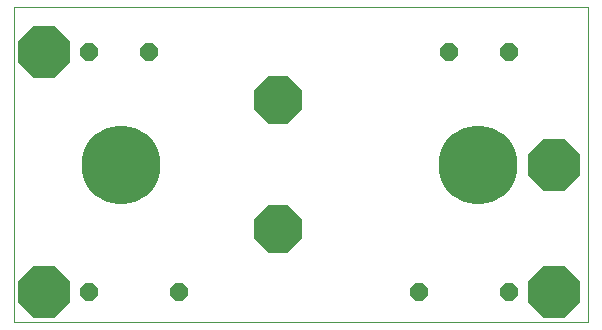
<source format=gbs>
G75*
%MOIN*%
%OFA0B0*%
%FSLAX25Y25*%
%IPPOS*%
%LPD*%
%AMOC8*
5,1,8,0,0,1.08239X$1,22.5*
%
%ADD10C,0.00000*%
%ADD11OC8,0.15800*%
%ADD12C,0.26300*%
%ADD13OC8,0.17200*%
%ADD14OC8,0.06000*%
D10*
X0004333Y0003250D02*
X0004333Y0108211D01*
X0195534Y0108211D01*
X0195534Y0003250D01*
X0004333Y0003250D01*
D11*
X0092333Y0034250D03*
X0092333Y0077250D03*
D12*
X0039833Y0055750D03*
X0158833Y0055750D03*
D13*
X0184333Y0055750D03*
X0184333Y0013250D03*
X0014333Y0013250D03*
X0014333Y0093250D03*
D14*
X0029333Y0093250D03*
X0049333Y0093250D03*
X0149333Y0093250D03*
X0169333Y0093250D03*
X0169333Y0013250D03*
X0139333Y0013250D03*
X0059333Y0013250D03*
X0029333Y0013250D03*
M02*

</source>
